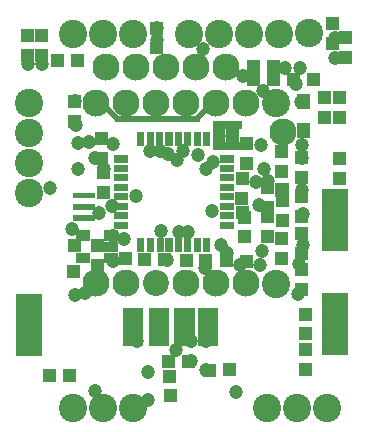
<source format=gbr>
%FSLAX32Y32*%
%MOMM*%
%LNLOETSTOP1*%
G71*
G01*
%ADD10C, 2.40*%
%ADD11C, 1.20*%
%ADD12C, 2.30*%
%ADD13C, 2.20*%
%ADD14C, 2.40*%
%ADD15C, 2.30*%
%LPD*%
X3477Y3987D02*
G54D10*
D03*
X3223Y3987D02*
G54D10*
D03*
X2969Y3987D02*
G54D10*
D03*
X2715Y3987D02*
G54D10*
D03*
G36*
X2074Y2958D02*
X2194Y2958D01*
X2194Y2898D01*
X2074Y2898D01*
X2074Y2958D01*
G37*
G36*
X2074Y2878D02*
X2194Y2878D01*
X2194Y2818D01*
X2074Y2818D01*
X2074Y2878D01*
G37*
G36*
X2074Y2798D02*
X2194Y2798D01*
X2194Y2738D01*
X2074Y2738D01*
X2074Y2798D01*
G37*
G36*
X2074Y2718D02*
X2194Y2718D01*
X2194Y2658D01*
X2074Y2658D01*
X2074Y2718D01*
G37*
G36*
X2074Y2638D02*
X2194Y2638D01*
X2194Y2578D01*
X2074Y2578D01*
X2074Y2638D01*
G37*
G36*
X2074Y2558D02*
X2194Y2558D01*
X2194Y2498D01*
X2074Y2498D01*
X2074Y2558D01*
G37*
G36*
X2074Y2478D02*
X2194Y2478D01*
X2194Y2418D01*
X2074Y2418D01*
X2074Y2478D01*
G37*
G36*
X2074Y2398D02*
X2194Y2398D01*
X2194Y2338D01*
X2074Y2338D01*
X2074Y2398D01*
G37*
G36*
X2974Y2958D02*
X3094Y2958D01*
X3094Y2898D01*
X2974Y2898D01*
X2974Y2958D01*
G37*
G36*
X2974Y2878D02*
X3094Y2878D01*
X3094Y2818D01*
X2974Y2818D01*
X2974Y2878D01*
G37*
G36*
X2974Y2798D02*
X3094Y2798D01*
X3094Y2738D01*
X2974Y2738D01*
X2974Y2798D01*
G37*
G36*
X2974Y2718D02*
X3094Y2718D01*
X3094Y2658D01*
X2974Y2658D01*
X2974Y2718D01*
G37*
G36*
X2974Y2638D02*
X3094Y2638D01*
X3094Y2578D01*
X2974Y2578D01*
X2974Y2638D01*
G37*
G36*
X2974Y2558D02*
X3094Y2558D01*
X3094Y2498D01*
X2974Y2498D01*
X2974Y2558D01*
G37*
G36*
X2974Y2478D02*
X3094Y2478D01*
X3094Y2418D01*
X2974Y2418D01*
X2974Y2478D01*
G37*
G36*
X2974Y2398D02*
X3094Y2398D01*
X3094Y2338D01*
X2974Y2338D01*
X2974Y2398D01*
G37*
G36*
X2274Y3158D02*
X2334Y3158D01*
X2334Y3038D01*
X2274Y3038D01*
X2274Y3158D01*
G37*
G36*
X2354Y3158D02*
X2414Y3158D01*
X2414Y3038D01*
X2354Y3038D01*
X2354Y3158D01*
G37*
G36*
X2434Y3158D02*
X2494Y3158D01*
X2494Y3038D01*
X2434Y3038D01*
X2434Y3158D01*
G37*
G36*
X2514Y3158D02*
X2574Y3158D01*
X2574Y3038D01*
X2514Y3038D01*
X2514Y3158D01*
G37*
G36*
X2594Y3158D02*
X2654Y3158D01*
X2654Y3038D01*
X2594Y3038D01*
X2594Y3158D01*
G37*
G36*
X2674Y3158D02*
X2734Y3158D01*
X2734Y3038D01*
X2674Y3038D01*
X2674Y3158D01*
G37*
G36*
X2754Y3158D02*
X2814Y3158D01*
X2814Y3038D01*
X2754Y3038D01*
X2754Y3158D01*
G37*
G36*
X2834Y3158D02*
X2894Y3158D01*
X2894Y3038D01*
X2834Y3038D01*
X2834Y3158D01*
G37*
G36*
X2274Y2258D02*
X2334Y2258D01*
X2334Y2138D01*
X2274Y2138D01*
X2274Y2258D01*
G37*
G36*
X2354Y2258D02*
X2414Y2258D01*
X2414Y2138D01*
X2354Y2138D01*
X2354Y2258D01*
G37*
G36*
X2444Y2258D02*
X2504Y2258D01*
X2504Y2138D01*
X2444Y2138D01*
X2444Y2258D01*
G37*
G36*
X2514Y2258D02*
X2574Y2258D01*
X2574Y2138D01*
X2514Y2138D01*
X2514Y2258D01*
G37*
G36*
X2594Y2258D02*
X2654Y2258D01*
X2654Y2138D01*
X2594Y2138D01*
X2594Y2258D01*
G37*
G36*
X2674Y2258D02*
X2734Y2258D01*
X2734Y2138D01*
X2674Y2138D01*
X2674Y2258D01*
G37*
G36*
X2754Y2258D02*
X2814Y2258D01*
X2814Y2138D01*
X2754Y2138D01*
X2754Y2258D01*
G37*
G36*
X2834Y2258D02*
X2894Y2258D01*
X2894Y2138D01*
X2834Y2138D01*
X2834Y2258D01*
G37*
G36*
X3218Y2814D02*
X3218Y2704D01*
X3108Y2704D01*
X3108Y2814D01*
X3218Y2814D01*
G37*
G36*
X3216Y2647D02*
X3216Y2537D01*
X3106Y2537D01*
X3106Y2647D01*
X3216Y2647D01*
G37*
G36*
X2042Y2868D02*
X2042Y2758D01*
X1932Y2758D01*
X1932Y2868D01*
X2042Y2868D01*
G37*
G36*
X2041Y2701D02*
X2041Y2591D01*
X1931Y2591D01*
X1931Y2701D01*
X2041Y2701D01*
G37*
X2538Y2968D02*
G54D11*
D03*
X3197Y1880D02*
G54D12*
D03*
X2943Y1880D02*
G54D12*
D03*
X2689Y1880D02*
G54D12*
D03*
X2435Y1880D02*
G54D13*
D03*
X2181Y1880D02*
G54D12*
D03*
X1927Y1880D02*
G54D12*
D03*
X2983Y2198D02*
G54D11*
D03*
X2626Y2309D02*
G54D11*
D03*
X2705Y2309D02*
G54D11*
D03*
X2380Y3000D02*
G54D11*
D03*
X2467Y3000D02*
G54D11*
D03*
X2062Y2531D02*
G54D11*
D03*
G36*
X3257Y3115D02*
X3257Y3005D01*
X3147Y3005D01*
X3147Y3115D01*
X3257Y3115D01*
G37*
G36*
X3256Y2948D02*
X3256Y2838D01*
X3146Y2838D01*
X3146Y2948D01*
X3256Y2948D01*
G37*
X3197Y3404D02*
G54D12*
D03*
X2943Y3404D02*
G54D12*
D03*
X2689Y3404D02*
G54D12*
D03*
X2435Y3404D02*
G54D12*
D03*
X2181Y3404D02*
G54D12*
D03*
X1927Y3404D02*
G54D12*
D03*
G36*
X1755Y2044D02*
X1755Y2134D01*
X1875Y2134D01*
X1875Y2044D01*
X1755Y2044D01*
G37*
G36*
X1755Y2234D02*
X1755Y2324D01*
X1875Y2324D01*
X1875Y2234D01*
X1755Y2234D01*
G37*
G36*
X1993Y2044D02*
X1993Y2134D01*
X2113Y2134D01*
X2113Y2044D01*
X1993Y2044D01*
G37*
G36*
X1993Y2234D02*
X1993Y2324D01*
X2113Y2324D01*
X2113Y2234D01*
X1993Y2234D01*
G37*
G36*
X1993Y2139D02*
X1993Y2229D01*
X2113Y2229D01*
X2113Y2139D01*
X1993Y2139D01*
G37*
X2165Y2254D02*
G54D11*
D03*
X2261Y2611D02*
G54D11*
D03*
X3452Y1872D02*
G54D14*
D03*
X1991Y2841D02*
G54D11*
D03*
G36*
X2026Y3154D02*
X2026Y3044D01*
X1916Y3044D01*
X1916Y3154D01*
X2026Y3154D01*
G37*
G36*
X2025Y2987D02*
X2025Y2877D01*
X1915Y2877D01*
X1915Y2987D01*
X2025Y2987D01*
G37*
X2070Y3055D02*
G54D11*
D03*
X1919Y2936D02*
G54D11*
D03*
X2856Y2841D02*
G54D11*
D03*
X3452Y3404D02*
G54D14*
D03*
X3507Y3158D02*
G54D12*
D03*
X2070Y2063D02*
G54D11*
D03*
X1864Y3071D02*
G54D11*
D03*
G36*
X3559Y2631D02*
X3559Y2521D01*
X3449Y2521D01*
X3449Y2631D01*
X3559Y2631D01*
G37*
G36*
X3558Y2464D02*
X3558Y2354D01*
X3448Y2354D01*
X3448Y2464D01*
X3558Y2464D01*
G37*
G36*
X3551Y2306D02*
X3551Y2196D01*
X3441Y2196D01*
X3441Y2306D01*
X3551Y2306D01*
G37*
G36*
X3550Y2139D02*
X3550Y2029D01*
X3440Y2029D01*
X3440Y2139D01*
X3550Y2139D01*
G37*
G36*
X3439Y2726D02*
X3559Y2726D01*
X3559Y2606D01*
X3439Y2606D01*
X3439Y2726D01*
G37*
G36*
X2562Y2025D02*
X2452Y2025D01*
X2452Y2135D01*
X2562Y2135D01*
X2562Y2025D01*
G37*
G36*
X2395Y2026D02*
X2285Y2026D01*
X2285Y2136D01*
X2395Y2136D01*
X2395Y2026D01*
G37*
G36*
X2911Y2017D02*
X2801Y2017D01*
X2801Y2127D01*
X2911Y2127D01*
X2911Y2017D01*
G37*
G36*
X2744Y2018D02*
X2634Y2018D01*
X2634Y2128D01*
X2744Y2128D01*
X2744Y2018D01*
G37*
G36*
X3129Y2213D02*
X3129Y2323D01*
X3239Y2323D01*
X3239Y2213D01*
X3129Y2213D01*
G37*
G36*
X3130Y2380D02*
X3130Y2490D01*
X3240Y2490D01*
X3240Y2380D01*
X3130Y2380D01*
G37*
G36*
X3253Y2009D02*
X3143Y2009D01*
X3143Y2119D01*
X3253Y2119D01*
X3253Y2009D01*
G37*
G36*
X3086Y2010D02*
X2976Y2010D01*
X2976Y2120D01*
X3086Y2120D01*
X3086Y2010D01*
G37*
X3031Y2135D02*
G54D11*
D03*
X2475Y2317D02*
G54D11*
D03*
G36*
X3439Y2768D02*
X3439Y2878D01*
X3549Y2878D01*
X3549Y2768D01*
X3439Y2768D01*
G37*
G36*
X3440Y2935D02*
X3440Y3045D01*
X3550Y3045D01*
X3550Y2935D01*
X3440Y2935D01*
G37*
X3277Y2730D02*
G54D11*
D03*
X2523Y2071D02*
G54D11*
D03*
X2848Y2008D02*
G54D11*
D03*
X3142Y2031D02*
G54D11*
D03*
G36*
X2912Y3182D02*
X3022Y3182D01*
X3022Y3072D01*
X2912Y3072D01*
X2912Y3182D01*
G37*
G36*
X3023Y3182D02*
X3133Y3182D01*
X3133Y3072D01*
X3023Y3072D01*
X3023Y3182D01*
G37*
G36*
X2912Y3074D02*
X3182Y3074D01*
X3182Y3004D01*
X2912Y3004D01*
X2912Y3074D01*
G37*
G36*
X2914Y3249D02*
X3164Y3249D01*
X3164Y3179D01*
X2914Y3179D01*
X2914Y3249D01*
G37*
X3078Y3127D02*
G54D11*
D03*
X2920Y2904D02*
G54D11*
D03*
X1769Y3063D02*
G54D11*
D03*
X1776Y2841D02*
G54D11*
D03*
X1721Y2333D02*
G54D11*
D03*
X1745Y1777D02*
G54D11*
D03*
X3324Y3047D02*
G54D11*
D03*
X3348Y2841D02*
G54D11*
D03*
X3332Y2150D02*
G54D11*
D03*
X3316Y2031D02*
G54D11*
D03*
G36*
X3432Y2496D02*
X3432Y2386D01*
X3322Y2386D01*
X3322Y2496D01*
X3432Y2496D01*
G37*
G36*
X3431Y2329D02*
X3431Y2219D01*
X3321Y2219D01*
X3321Y2329D01*
X3431Y2329D01*
G37*
G36*
X1913Y2644D02*
X1913Y2594D01*
X1733Y2594D01*
X1733Y2644D01*
X1913Y2644D01*
G37*
G36*
X1913Y2549D02*
X1913Y2499D01*
X1733Y2499D01*
X1733Y2549D01*
X1913Y2549D01*
G37*
G36*
X1913Y2454D02*
X1913Y2404D01*
X1733Y2404D01*
X1733Y2454D01*
X1913Y2454D01*
G37*
X1951Y2468D02*
G54D11*
D03*
G36*
X1796Y3471D02*
X1796Y3361D01*
X1686Y3361D01*
X1686Y3471D01*
X1796Y3471D01*
G37*
G36*
X1795Y3304D02*
X1795Y3194D01*
X1685Y3194D01*
X1685Y3304D01*
X1795Y3304D01*
G37*
G36*
X1684Y1924D02*
X1684Y2034D01*
X1794Y2034D01*
X1794Y1924D01*
X1684Y1924D01*
G37*
G36*
X1685Y2138D02*
X1685Y2248D01*
X1795Y2248D01*
X1795Y2138D01*
X1685Y2138D01*
G37*
X2070Y2277D02*
G54D11*
D03*
G36*
X1995Y2248D02*
X1995Y2138D01*
X1885Y2138D01*
X1885Y2248D01*
X1995Y2248D01*
G37*
G36*
X1994Y2081D02*
X1994Y1971D01*
X1884Y1971D01*
X1884Y2081D01*
X1994Y2081D01*
G37*
X1745Y3420D02*
G54D11*
D03*
X1753Y3214D02*
G54D11*
D03*
G36*
X2394Y2026D02*
X2284Y2026D01*
X2284Y2136D01*
X2394Y2136D01*
X2394Y2026D01*
G37*
G36*
X2227Y2027D02*
X2117Y2027D01*
X2117Y2137D01*
X2227Y2137D01*
X2227Y2027D01*
G37*
X1832Y1793D02*
G54D11*
D03*
G36*
X3718Y2353D02*
X3718Y2243D01*
X3608Y2243D01*
X3608Y2353D01*
X3718Y2353D01*
G37*
G36*
X3717Y2186D02*
X3717Y2076D01*
X3607Y2076D01*
X3607Y2186D01*
X3717Y2186D01*
G37*
G36*
X3718Y2663D02*
X3718Y2553D01*
X3608Y2553D01*
X3608Y2663D01*
X3718Y2663D01*
G37*
G36*
X3717Y2496D02*
X3717Y2386D01*
X3607Y2386D01*
X3607Y2496D01*
X3717Y2496D01*
G37*
G36*
X3718Y2996D02*
X3718Y2886D01*
X3608Y2886D01*
X3608Y2996D01*
X3718Y2996D01*
G37*
G36*
X3717Y2829D02*
X3717Y2719D01*
X3607Y2719D01*
X3607Y2829D01*
X3717Y2829D01*
G37*
G36*
X3718Y2044D02*
X3718Y1934D01*
X3608Y1934D01*
X3608Y2044D01*
X3718Y2044D01*
G37*
G36*
X3717Y1877D02*
X3717Y1767D01*
X3607Y1767D01*
X3607Y1877D01*
X3717Y1877D01*
G37*
X3674Y2198D02*
G54D11*
D03*
X3666Y2666D02*
G54D11*
D03*
X3674Y2460D02*
G54D11*
D03*
X3666Y2936D02*
G54D11*
D03*
X3642Y2039D02*
G54D11*
D03*
X3634Y1785D02*
G54D11*
D03*
G36*
X3432Y2742D02*
X3432Y2632D01*
X3322Y2632D01*
X3322Y2742D01*
X3432Y2742D01*
G37*
G36*
X3431Y2575D02*
X3431Y2465D01*
X3321Y2465D01*
X3321Y2575D01*
X3431Y2575D01*
G37*
X3380Y2746D02*
G54D11*
D03*
X3308Y2539D02*
G54D11*
D03*
X2904Y2484D02*
G54D11*
D03*
X3666Y3047D02*
G54D11*
D03*
G36*
X3741Y3479D02*
X3741Y3354D01*
X3631Y3354D01*
X3631Y3479D01*
X3741Y3479D01*
G37*
G36*
X3741Y3232D02*
X3741Y3107D01*
X3631Y3107D01*
X3631Y3232D01*
X3741Y3232D01*
G37*
X3658Y3412D02*
G54D11*
D03*
X2610Y2920D02*
G54D11*
D03*
X2666Y3000D02*
G54D11*
D03*
G36*
X2083Y3295D02*
X2803Y3295D01*
X2803Y3245D01*
X2083Y3245D01*
X2083Y3295D01*
G37*
G36*
X2038Y3376D02*
X2137Y3277D01*
X2102Y3242D01*
X2003Y3341D01*
X2038Y3376D01*
G37*
G36*
X2868Y3326D02*
X2783Y3241D01*
X2748Y3276D01*
X2833Y3361D01*
X2868Y3326D01*
G37*
X2792Y2960D02*
G54D11*
D03*
G36*
X3111Y2531D02*
X3221Y2531D01*
X3221Y2421D01*
X3111Y2421D01*
X3111Y2531D01*
G37*
X1358Y2638D02*
G54D10*
D03*
X1358Y2892D02*
G54D10*
D03*
X1358Y3146D02*
G54D10*
D03*
X1358Y3400D02*
G54D10*
D03*
X3024Y3706D02*
G54D15*
D03*
X2770Y3706D02*
G54D15*
D03*
X2516Y3706D02*
G54D15*
D03*
X2262Y3706D02*
G54D15*
D03*
X2008Y3706D02*
G54D15*
D03*
G36*
X3484Y3659D02*
X3374Y3659D01*
X3374Y3769D01*
X3484Y3769D01*
X3484Y3659D01*
G37*
G36*
X3317Y3658D02*
X3207Y3658D01*
X3207Y3768D01*
X3317Y3768D01*
X3317Y3658D01*
G37*
G36*
X3484Y3548D02*
X3374Y3548D01*
X3374Y3658D01*
X3484Y3658D01*
X3484Y3548D01*
G37*
G36*
X3317Y3546D02*
X3207Y3546D01*
X3207Y3656D01*
X3317Y3656D01*
X3317Y3546D01*
G37*
X3167Y3627D02*
G54D11*
D03*
X3524Y3698D02*
G54D11*
D03*
X2241Y3984D02*
G54D10*
D03*
X1987Y3984D02*
G54D10*
D03*
X1733Y3984D02*
G54D10*
D03*
X3884Y824D02*
G54D10*
D03*
X3630Y824D02*
G54D10*
D03*
X3376Y824D02*
G54D10*
D03*
X2241Y824D02*
G54D10*
D03*
X1987Y824D02*
G54D10*
D03*
X1733Y824D02*
G54D10*
D03*
X3731Y3992D02*
G54D10*
D03*
X2834Y3857D02*
G54D11*
D03*
X1921Y968D02*
G54D11*
D03*
X1532Y2682D02*
G54D11*
D03*
G36*
X3806Y3225D02*
X3806Y3335D01*
X3916Y3335D01*
X3916Y3225D01*
X3806Y3225D01*
G37*
G36*
X3805Y3392D02*
X3805Y3502D01*
X3915Y3502D01*
X3915Y3392D01*
X3805Y3392D01*
G37*
G36*
X3933Y3225D02*
X3933Y3335D01*
X4043Y3335D01*
X4043Y3225D01*
X3933Y3225D01*
G37*
G36*
X3932Y3392D02*
X3932Y3502D01*
X4042Y3502D01*
X4042Y3392D01*
X3932Y3392D01*
G37*
G36*
X3835Y2672D02*
X4055Y2672D01*
X4055Y2152D01*
X3835Y2152D01*
X3835Y2672D01*
G37*
G36*
X1247Y1783D02*
X1467Y1783D01*
X1467Y1263D01*
X1247Y1263D01*
X1247Y1783D01*
G37*
G36*
X3843Y1791D02*
X4063Y1791D01*
X4063Y1271D01*
X3843Y1271D01*
X3843Y1791D01*
G37*
G36*
X3541Y3658D02*
X3651Y3658D01*
X3651Y3548D01*
X3541Y3548D01*
X3541Y3658D01*
G37*
G36*
X3708Y3657D02*
X3818Y3657D01*
X3818Y3547D01*
X3708Y3547D01*
X3708Y3657D01*
G37*
X3342Y3508D02*
G54D11*
D03*
X3651Y3698D02*
G54D11*
D03*
X3620Y3563D02*
G54D11*
D03*
G36*
X3982Y3733D02*
X3982Y3843D01*
X4092Y3843D01*
X4092Y3733D01*
X3982Y3733D01*
G37*
G36*
X3981Y3900D02*
X3981Y4010D01*
X4091Y4010D01*
X4091Y3900D01*
X3981Y3900D01*
G37*
X3953Y3786D02*
G54D11*
D03*
G36*
X4044Y2987D02*
X4044Y2877D01*
X3934Y2877D01*
X3934Y2987D01*
X4044Y2987D01*
G37*
G36*
X4043Y2820D02*
X4043Y2710D01*
X3933Y2710D01*
X3933Y2820D01*
X4043Y2820D01*
G37*
G36*
X1548Y3817D02*
X1658Y3817D01*
X1658Y3707D01*
X1548Y3707D01*
X1548Y3817D01*
G37*
G36*
X1715Y3816D02*
X1825Y3816D01*
X1825Y3706D01*
X1715Y3706D01*
X1715Y3816D01*
G37*
G36*
X1477Y1148D02*
X1587Y1148D01*
X1587Y1038D01*
X1477Y1038D01*
X1477Y1148D01*
G37*
G36*
X1644Y1149D02*
X1754Y1149D01*
X1754Y1039D01*
X1644Y1039D01*
X1644Y1149D01*
G37*
G36*
X2498Y868D02*
X2498Y978D01*
X2608Y978D01*
X2608Y868D01*
X2498Y868D01*
G37*
G36*
X2497Y1035D02*
X2497Y1145D01*
X2607Y1145D01*
X2607Y1035D01*
X2497Y1035D01*
G37*
G36*
X1411Y3749D02*
X1411Y3859D01*
X1521Y3859D01*
X1521Y3749D01*
X1411Y3749D01*
G37*
G36*
X1410Y3916D02*
X1410Y4026D01*
X1520Y4026D01*
X1520Y3916D01*
X1410Y3916D01*
G37*
G36*
X1292Y3749D02*
X1292Y3859D01*
X1402Y3859D01*
X1402Y3749D01*
X1292Y3749D01*
G37*
G36*
X1291Y3916D02*
X1291Y4026D01*
X1401Y4026D01*
X1401Y3916D01*
X1291Y3916D01*
G37*
X1349Y3730D02*
G54D11*
D03*
X1468Y3730D02*
G54D11*
D03*
X3945Y3952D02*
G54D11*
D03*
G36*
X3871Y3852D02*
X3871Y3962D01*
X3981Y3962D01*
X3981Y3852D01*
X3871Y3852D01*
G37*
G36*
X3870Y4019D02*
X3870Y4129D01*
X3980Y4129D01*
X3980Y4019D01*
X3870Y4019D01*
G37*
X3112Y952D02*
G54D11*
D03*
G36*
X2832Y1196D02*
X2942Y1196D01*
X2942Y1086D01*
X2832Y1086D01*
X2832Y1196D01*
G37*
G36*
X2999Y1197D02*
X3109Y1197D01*
X3109Y1087D01*
X2999Y1087D01*
X2999Y1197D01*
G37*
G36*
X2483Y1267D02*
X2593Y1267D01*
X2593Y1157D01*
X2483Y1157D01*
X2483Y1267D01*
G37*
G36*
X2650Y1268D02*
X2760Y1268D01*
X2760Y1158D01*
X2650Y1158D01*
X2650Y1268D01*
G37*
X2858Y1142D02*
G54D11*
D03*
X2730Y1214D02*
G54D11*
D03*
X2365Y888D02*
G54D11*
D03*
X2365Y1126D02*
G54D11*
D03*
G36*
X2153Y1668D02*
X2323Y1668D01*
X2323Y1348D01*
X2153Y1348D01*
X2153Y1668D01*
G37*
G36*
X2376Y1668D02*
X2546Y1668D01*
X2546Y1348D01*
X2376Y1348D01*
X2376Y1668D01*
G37*
G36*
X2590Y1668D02*
X2760Y1668D01*
X2760Y1348D01*
X2590Y1348D01*
X2590Y1668D01*
G37*
G36*
X2788Y1668D02*
X2958Y1668D01*
X2958Y1348D01*
X2788Y1348D01*
X2788Y1668D01*
G37*
X2858Y1388D02*
G54D11*
D03*
X2730Y1388D02*
G54D11*
D03*
X2270Y1388D02*
G54D11*
D03*
X2604Y1309D02*
G54D11*
D03*
G36*
X3758Y1670D02*
X3758Y1560D01*
X3648Y1560D01*
X3648Y1670D01*
X3758Y1670D01*
G37*
G36*
X3757Y1503D02*
X3757Y1393D01*
X3647Y1393D01*
X3647Y1503D01*
X3757Y1503D01*
G37*
G36*
X3758Y1368D02*
X3758Y1258D01*
X3648Y1258D01*
X3648Y1368D01*
X3758Y1368D01*
G37*
G36*
X3757Y1201D02*
X3757Y1091D01*
X3647Y1091D01*
X3647Y1201D01*
X3757Y1201D01*
G37*
G36*
X2496Y4090D02*
X2496Y3980D01*
X2386Y3980D01*
X2386Y4090D01*
X2496Y4090D01*
G37*
G36*
X2495Y3923D02*
X2495Y3813D01*
X2385Y3813D01*
X2385Y3923D01*
X2495Y3923D01*
G37*
X2445Y3936D02*
G54D11*
D03*
X2445Y4040D02*
G54D11*
D03*
M02*

</source>
